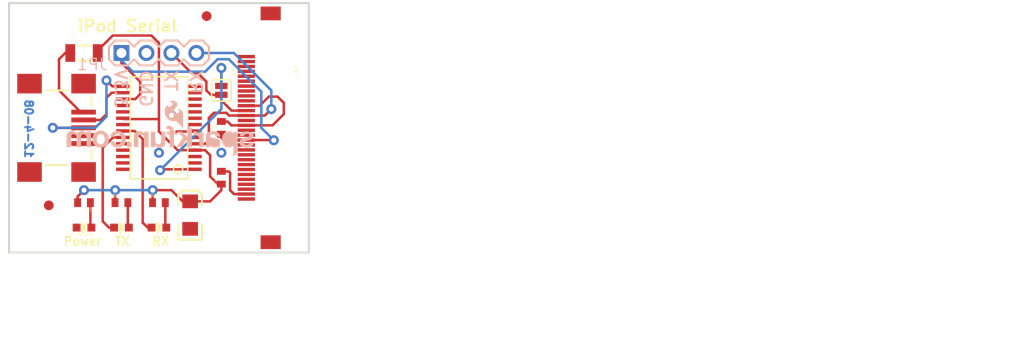
<source format=kicad_pcb>
(kicad_pcb (version 20211014) (generator pcbnew)
  (layers (0 "F.Cu" signal) (31 "B.Cu" signal) (34 "B.Paste" user) (35 "F.Paste" user) (36 "B.SilkS" user "B.Silkscreen") (37 "F.SilkS" user "F.Silkscreen") (38 "B.Mask" user) (39 "F.Mask" user) (44 "Edge.Cuts" user))
  (net 0 "")
  (net 1 "GND")
  (net 2 "TXD")
  (net 3 "3.3V")
  (net 4 "N$1")
  (net 5 "5V")
  (net 6 "N$3")
  (net 7 "N$4")
  (net 8 "USB-TX")
  (net 9 "USB-RX")
  (net 10 "USBVCC")
  (net 11 "TXLED")
  (net 12 "RXLED")
  (net 13 "N$2")
  (net 14 "N$6")
  (footprint "boardEagle:LED-0603" (layer "F.Cu") (at 140.8811 115.1636 90)
    (fp_text reference "POWER0" (at -0.6985 0.889) (layer "F.SilkS") (effects (font (size 0.376489 0.376489) (thickness 0.029911)) (justify right)))
    (fp_text value "Red")
    (pad "A" smd rect (at 0 0.75 90) (size 0.8 0.8) (layers "F.Cu" "F.Paste" "F.Mask") (net 4 "N$1"))
    (pad "C" smd rect (at 0 -0.75 90) (size 0.8 0.8) (layers "F.Cu" "F.Paste" "F.Mask") (net 1 "GND"))
  )
  (footprint "boardEagle:SSOP28DB" (layer "F.Cu") (at 148.5011 105.0036 90)
    (fp_text reference "U1" (at -3.81 -1.27 90) (layer "F.SilkS") (effects (font (size 0.376489 0.376489) (thickness 0.029911)) (justify left)))
    (fp_text value "FT232RL-BASICSSOP")
    (pad "1" smd rect (at -4.225 3.656 90) (size 0.348 1.397) (layers "F.Cu" "F.Paste" "F.Mask") (net 8 "USB-TX"))
    (pad "2" smd rect (at -3.575 3.656 90) (size 0.348 1.397) (layers "F.Cu" "F.Paste" "F.Mask"))
    (pad "3" smd rect (at -2.925 3.656 90) (size 0.348 1.397) (layers "F.Cu" "F.Paste" "F.Mask"))
    (pad "4" smd rect (at -2.275 3.656 90) (size 0.348 1.397) (layers "F.Cu" "F.Paste" "F.Mask") (net 5 "5V"))
    (pad "5" smd rect (at -1.625 3.656 90) (size 0.348 1.397) (layers "F.Cu" "F.Paste" "F.Mask") (net 9 "USB-RX"))
    (pad "6" smd rect (at -0.975 3.656 90) (size 0.348 1.397) (layers "F.Cu" "F.Paste" "F.Mask"))
    (pad "7" smd rect (at -0.325 3.656 90) (size 0.348 1.397) (layers "F.Cu" "F.Paste" "F.Mask") (net 1 "GND"))
    (pad "8" smd rect (at 0.325 3.656 90) (size 0.348 1.397) (layers "F.Cu" "F.Paste" "F.Mask"))
    (pad "9" smd rect (at 0.975 3.656 90) (size 0.348 1.397) (layers "F.Cu" "F.Paste" "F.Mask"))
    (pad "10" smd rect (at 1.625 3.656 90) (size 0.348 1.397) (layers "F.Cu" "F.Paste" "F.Mask"))
    (pad "11" smd rect (at 2.275 3.656 90) (size 0.348 1.397) (layers "F.Cu" "F.Paste" "F.Mask"))
    (pad "12" smd rect (at 2.925 3.656 90) (size 0.348 1.397) (layers "F.Cu" "F.Paste" "F.Mask"))
    (pad "13" smd rect (at 3.575 3.656 90) (size 0.348 1.397) (layers "F.Cu" "F.Paste" "F.Mask"))
    (pad "14" smd rect (at 4.225 3.656 90) (size 0.348 1.397) (layers "F.Cu" "F.Paste" "F.Mask"))
    (pad "15" smd rect (at 4.225 -3.656 90) (size 0.348 1.397) (layers "F.Cu" "F.Paste" "F.Mask") (net 13 "N$2"))
    (pad "16" smd rect (at 3.575 -3.656 90) (size 0.348 1.397) (layers "F.Cu" "F.Paste" "F.Mask") (net 14 "N$6"))
    (pad "17" smd rect (at 2.925 -3.656 90) (size 0.348 1.397) (layers "F.Cu" "F.Paste" "F.Mask") (net 3 "3.3V"))
    (pad "18" smd rect (at 2.275 -3.656 90) (size 0.348 1.397) (layers "F.Cu" "F.Paste" "F.Mask") (net 1 "GND"))
    (pad "19" smd rect (at 1.625 -3.656 90) (size 0.348 1.397) (layers "F.Cu" "F.Paste" "F.Mask"))
    (pad "20" smd rect (at 0.975 -3.656 90) (size 0.348 1.397) (layers "F.Cu" "F.Paste" "F.Mask") (net 5 "5V"))
    (pad "21" smd rect (at 0.325 -3.656 90) (size 0.348 1.397) (layers "F.Cu" "F.Paste" "F.Mask") (net 1 "GND"))
    (pad "22" smd rect (at -0.325 -3.656 90) (size 0.348 1.397) (layers "F.Cu" "F.Paste" "F.Mask") (net 12 "RXLED"))
    (pad "23" smd rect (at -0.975 -3.656 90) (size 0.348 1.397) (layers "F.Cu" "F.Paste" "F.Mask") (net 11 "TXLED"))
    (pad "24" smd rect (at -1.625 -3.656 90) (size 0.348 1.397) (layers "F.Cu" "F.Paste" "F.Mask"))
    (pad "25" smd rect (at -2.275 -3.656 90) (size 0.348 1.397) (layers "F.Cu" "F.Paste" "F.Mask") (net 1 "GND"))
    (pad "26" smd rect (at -2.925 -3.656 90) (size 0.348 1.397) (layers "F.Cu" "F.Paste" "F.Mask") (net 1 "GND"))
    (pad "27" smd rect (at -3.575 -3.656 90) (size 0.348 1.397) (layers "F.Cu" "F.Paste" "F.Mask"))
    (pad "28" smd rect (at -4.225 -3.656 90) (size 0.348 1.397) (layers "F.Cu" "F.Paste" "F.Mask"))
  )
  (footprint "boardEagle:STAND-OFF" (layer "F.Cu") (at 156.1211 115.1636)
    (fp_text reference "U$7" hide)
    (fp_text value "STAND-OFF" hide)
    (pad "" np_thru_hole circle (at 0 0) (size 3.302 3.302) (drill 3.302) (layers *.Cu *.Mask))
  )
  (footprint "boardEagle:C0402" (layer "F.Cu") (at 144.6911 112.6236)
    (fp_text reference "R2" (at -0.889 -0.6985) (layer "F.SilkS") (effects (font (size 0.376489 0.376489) (thickness 0.029911)) (justify left)))
    (fp_text value "1K")
    (pad "1" smd rect (at -0.65 0) (size 0.7 0.9) (layers "F.Cu" "F.Paste" "F.Mask") (net 5 "5V"))
    (pad "2" smd rect (at 0.65 0) (size 0.7 0.9) (layers "F.Cu" "F.Paste" "F.Mask") (net 6 "N$3"))
  )
  (footprint "boardEagle:EIA3216" (layer "F.Cu") (at 151.6761 113.8936 90)
    (fp_text reference "C5" (at -2.54 -1.381 90) (layer "F.SilkS") (effects (font (size 0.376489 0.376489) (thickness 0.029911)) (justify left)))
    (fp_text value "10uF")
    (pad "A" smd rect (at 1.4 0 180) (size 1.6 1.4) (layers "F.Cu" "F.Paste" "F.Mask") (net 5 "5V"))
    (pad "C" smd rect (at -1.4 0 180) (size 1.6 1.4) (layers "F.Cu" "F.Paste" "F.Mask") (net 1 "GND"))
  )
  (footprint "boardEagle:STAND-OFF" (layer "F.Cu") (at 156.1211 94.8436)
    (fp_text reference "U$5" hide)
    (fp_text value "STAND-OFF" hide)
    (pad "" np_thru_hole circle (at 0 0) (size 3.302 3.302) (drill 3.302) (layers *.Cu *.Mask))
  )
  (footprint "boardEagle:LED-0603" (layer "F.Cu") (at 144.6911 115.1636 90)
    (fp_text reference "LED2" (at -0.6985 0.889) (layer "F.SilkS") (effects (font (size 0.376489 0.376489) (thickness 0.029911)) (justify right)))
    (fp_text value "Red")
    (pad "A" smd rect (at 0 0.75 90) (size 0.8 0.8) (layers "F.Cu" "F.Paste" "F.Mask") (net 6 "N$3"))
    (pad "C" smd rect (at 0 -0.75 90) (size 0.8 0.8) (layers "F.Cu" "F.Paste" "F.Mask") (net 11 "TXLED"))
  )
  (footprint "boardEagle:FIDUCIAL-1X2" (layer "F.Cu") (at 153.3525 93.6244)
    (fp_text reference "U$8" hide)
    (fp_text value "FIDUCIAL1X2" hide)
    (pad "1" smd roundrect (at 0 0) (size 1 1) (layers "F.Cu" "F.Mask") (roundrect_rratio 0.5))
  )
  (footprint "boardEagle:C0402" (layer "F.Cu") (at 148.5011 112.6236)
    (fp_text reference "R3" (at -0.889 -0.6985) (layer "F.SilkS") (effects (font (size 0.376489 0.376489) (thickness 0.029911)) (justify left)))
    (fp_text value "1K")
    (pad "1" smd rect (at -0.65 0) (size 0.7 0.9) (layers "F.Cu" "F.Paste" "F.Mask") (net 5 "5V"))
    (pad "2" smd rect (at 0.65 0) (size 0.7 0.9) (layers "F.Cu" "F.Paste" "F.Mask") (net 7 "N$4"))
  )
  (footprint "boardEagle:LED-0603" (layer "F.Cu") (at 148.5011 115.1636 90)
    (fp_text reference "LED3" (at -0.6985 0.889) (layer "F.SilkS") (effects (font (size 0.376489 0.376489) (thickness 0.029911)) (justify right)))
    (fp_text value "Green")
    (pad "A" smd rect (at 0 0.75 90) (size 0.8 0.8) (layers "F.Cu" "F.Paste" "F.Mask") (net 7 "N$4"))
    (pad "C" smd rect (at 0 -0.75 90) (size 0.8 0.8) (layers "F.Cu" "F.Paste" "F.Mask") (net 12 "RXLED"))
  )
  (footprint "boardEagle:C0402" (layer "F.Cu") (at 140.8811 112.6236 180)
    (fp_text reference "R1" (at -0.889 -0.6985) (layer "F.SilkS") (effects (font (size 0.376489 0.376489) (thickness 0.029911)) (justify right)))
    (fp_text value "330")
    (pad "1" smd rect (at -0.65 0 180) (size 0.7 0.9) (layers "F.Cu" "F.Paste" "F.Mask") (net 4 "N$1"))
    (pad "2" smd rect (at 0.65 0 180) (size 0.7 0.9) (layers "F.Cu" "F.Paste" "F.Mask") (net 5 "5V"))
  )
  (footprint "boardEagle:CREATIVE_COMMONS" (layer "F.Cu") (at 153.5811 126.5936)
    (fp_text reference "U$9" hide)
    (fp_text value "CREATIVE_COMMONS" hide)
  )
  (footprint "boardEagle:SJ_2S" (layer "F.Cu") (at 154.8511 101.1936 -90)
    (fp_text reference "SJ1" (at -2.54 -1.27 90) (layer "F.SilkS") (effects (font (size 0.369011 0.369011) (thickness 0.037389)) (justify right)))
    (fp_text value "SOLDERJUMPERNC2")
    (pad "1" smd rect (at -0.45 0 270) (size 0.635 1.27) (layers "F.Cu" "F.Paste" "F.Mask") (net 8 "USB-TX"))
    (pad "2" smd rect (at 0.45 0 270) (size 0.635 1.27) (layers "F.Cu" "F.Paste" "F.Mask") (net 2 "TXD"))
  )
  (footprint "boardEagle:FIDUCIAL-1X2" (layer "F.Cu") (at 137.2997 112.903)
    (fp_text reference "U$4" hide)
    (fp_text value "FIDUCIAL1X2" hide)
    (pad "1" smd roundrect (at 0 0) (size 1 1) (layers "F.Cu" "F.Mask") (roundrect_rratio 0.5))
  )
  (footprint "boardEagle:STAND-OFF" (layer "F.Cu") (at 135.8011 115.1636)
    (fp_text reference "U$6" hide)
    (fp_text value "STAND-OFF" hide)
    (pad "" np_thru_hole circle (at 0 0) (size 3.302 3.302) (drill 3.302) (layers *.Cu *.Mask))
  )
  (footprint "boardEagle:STAND-OFF" (layer "F.Cu") (at 135.8011 94.8436)
    (fp_text reference "U$1" hide)
    (fp_text value "STAND-OFF" hide)
    (pad "" np_thru_hole circle (at 0 0) (size 3.302 3.302) (drill 3.302) (layers *.Cu *.Mask))
  )
  (footprint "boardEagle:IPOD_FEMALE_CONNECTOR" (layer "F.Cu") (at 157.3911 105.0036 -90)
    (fp_text reference "U$2" (at -6.35 -5.08 90) (layer "F.SilkS") (effects (font (size 0.376489 0.376489) (thickness 0.029911)) (justify right)))
    (fp_text value "IPOD_CONNECTOR_FEMALE")
    (pad "" np_thru_hole circle (at 10.825 -5.025 270) (size 1.3 1.3) (drill 1.3) (layers *.Cu *.Mask))
    (pad "" np_thru_hole circle (at -6.25 -2.125 270) (size 1.1 1.1) (drill 1.1) (layers *.Cu *.Mask))
    (pad "" np_thru_hole circle (at -10.825 -5.025 270) (size 1.3 1.3) (drill 1.3) (layers *.Cu *.Mask))
    (pad "" np_thru_hole circle (at 6.25 -2.125 270) (size 1.1 1.1) (drill 1.1) (layers *.Cu *.Mask))
    (pad "1" smd rect (at -7.25 0 90) (size 0.35 1.75) (layers "F.Cu" "F.Paste" "F.Mask") (net 1 "GND"))
    (pad "2" smd rect (at -6.75 0 90) (size 0.35 1.75) (layers "F.Cu" "F.Paste" "F.Mask"))
    (pad "3" smd rect (at -6.25 0 90) (size 0.35 1.75) (layers "F.Cu" "F.Paste" "F.Mask"))
    (pad "4" smd rect (at -5.75 0 90) (size 0.35 1.75) (layers "F.Cu" "F.Paste" "F.Mask"))
    (pad "5" smd rect (at -5.25 0 90) (size 0.35 1.75) (layers "F.Cu" "F.Paste" "F.Mask"))
    (pad "6" smd rect (at -4.75 0 90) (size 0.35 1.75) (layers "F.Cu" "F.Paste" "F.Mask"))
    (pad "7" smd rect (at -4.25 0 90) (size 0.35 1.75) (layers "F.Cu" "F.Paste" "F.Mask"))
    (pad "8" smd rect (at -3.75 0 90) (size 0.35 1.75) (layers "F.Cu" "F.Paste" "F.Mask"))
    (pad "9" smd rect (at -3.25 0 90) (size 0.35 1.75) (layers "F.Cu" "F.Paste" "F.Mask"))
    (pad "10" smd rect (at -2.75 0 90) (size 0.35 1.75) (layers "F.Cu" "F.Paste" "F.Mask"))
    (pad "11" smd rect (at -2.25 0 90) (size 0.35 1.75) (layers "F.Cu" "F.Paste" "F.Mask") (net 1 "GND"))
    (pad "12" smd rect (at -1.75 0 90) (size 0.35 1.75) (layers "F.Cu" "F.Paste" "F.Mask") (net 2 "TXD"))
    (pad "13" smd rect (at -1.25 0 90) (size 0.35 1.75) (layers "F.Cu" "F.Paste" "F.Mask") (net 9 "USB-RX"))
    (pad "14" smd rect (at -0.75 0 90) (size 0.35 1.75) (layers "F.Cu" "F.Paste" "F.Mask"))
    (pad "15" smd rect (at -0.25 0 90) (size 0.35 1.75) (layers "F.Cu" "F.Paste" "F.Mask") (net 1 "GND"))
    (pad "16" smd rect (at 0.25 0 90) (size 0.35 1.75) (layers "F.Cu" "F.Paste" "F.Mask") (net 1 "GND"))
    (pad "17" smd rect (at 0.75 0 90) (size 0.35 1.75) (layers "F.Cu" "F.Paste" "F.Mask"))
    (pad "18" smd rect (at 1.25 0 90) (size 0.35 1.75) (layers "F.Cu" "F.Paste" "F.Mask") (net 3 "3.3V"))
    (pad "19" smd rect (at 1.75 0 90) (size 0.35 1.75) (layers "F.Cu" "F.Paste" "F.Mask"))
    (pad "20" smd rect (at 2.25 0 90) (size 0.35 1.75) (layers "F.Cu" "F.Paste" "F.Mask"))
    (pad "21" smd rect (at 2.75 0 90) (size 0.35 1.75) (layers "F.Cu" "F.Paste" "F.Mask"))
    (pad "22" smd rect (at 3.25 0 90) (size 0.35 1.75) (layers "F.Cu" "F.Paste" "F.Mask"))
    (pad "23" smd rect (at 3.75 0 90) (size 0.35 1.75) (layers "F.Cu" "F.Paste" "F.Mask"))
    (pad "24" smd rect (at 4.25 0 90) (size 0.35 1.75) (layers "F.Cu" "F.Paste" "F.Mask"))
    (pad "25" smd rect (at 4.75 0 90) (size 0.35 1.75) (layers "F.Cu" "F.Paste" "F.Mask"))
    (pad "26" smd rect (at 5.25 0 90) (size 0.35 1.75) (layers "F.Cu" "F.Paste" "F.Mask"))
    (pad "27" smd rect (at 5.75 0 90) (size 0.35 1.75) (layers "F.Cu" "F.Paste" "F.Mask"))
    (pad "28" smd rect (at 6.25 0 90) (size 0.35 1.75) (layers "F.Cu" "F.Paste" "F.Mask"))
    (pad "29" smd rect (at 6.75 0 90) (size 0.35 1.75) (layers "F.Cu" "F.Paste" "F.Mask") (net 1 "GND"))
    (pad "30" smd rect (at 7.25 0 90) (size 0.35 1.75) (layers "F.Cu" "F.Paste" "F.Mask") (net 1 "GND"))
    (pad "31" smd rect (at -11.65 -2.475 270) (size 1.4 2.05) (layers "F.Cu" "F.Paste" "F.Mask"))
    (pad "32" smd rect (at 11.65 -2.475 270) (size 1.4 2.05) (layers "F.Cu" "F.Paste" "F.Mask"))
  )
  (footprint "boardEagle:C0402" (layer "F.Cu") (at 154.8511 105.0036 90)
    (fp_text reference "C11" (at -0.889 -0.6985 90) (layer "F.SilkS") (effects (font (size 0.376489 0.376489) (thickness 0.029911)) (justify left)))
    (fp_text value "0.1uF")
    (pad "1" smd rect (at -0.65 0 90) (size 0.7 0.9) (layers "F.Cu" "F.Paste" "F.Mask") (net 3 "3.3V"))
    (pad "2" smd rect (at 0.65 0 90) (size 0.7 0.9) (layers "F.Cu" "F.Paste" "F.Mask") (net 1 "GND"))
  )
  (footprint "boardEagle:PTC-1206" (layer "F.Cu") (at 140.8811 97.3836)
    (fp_text reference "F1" (at -1.524 -1.27) (layer "F.SilkS") (effects (font (size 0.376489 0.376489) (thickness 0.029911)) (justify left)))
    (fp_text value "500mA-PTC")
    (pad "1" smd rect (at -1.4 0) (size 1 1.8) (layers "F.Cu" "F.Paste" "F.Mask") (net 10 "USBVCC"))
    (pad "2" smd rect (at 1.4 0) (size 1 1.8) (layers "F.Cu" "F.Paste" "F.Mask") (net 5 "5V"))
  )
  (footprint "boardEagle:USB-MINIB" (layer "F.Cu") (at 138.3411 105.0036)
    (fp_text reference "X1" (at -3.81 -1.27) (layer "F.SilkS") (effects (font (size 0.376489 0.376489) (thickness 0.029911)) (justify left)))
    (fp_text value "USBSMD")
    (pad "" np_thru_hole circle (at 0 -2.2) (size 0.9 0.9) (drill 0.9) (layers *.Cu *.Mask))
    (pad "" np_thru_hole circle (at 0 2.2) (size 0.9 0.9) (drill 0.9) (layers *.Cu *.Mask))
    (pad "D+" smd rect (at 2.5 0) (size 2.5 0.5) (layers "F.Cu" "F.Paste" "F.Mask") (net 13 "N$2"))
    (pad "D-" smd rect (at 2.5 -0.8) (size 2.5 0.5) (layers "F.Cu" "F.Paste" "F.Mask") (net 14 "N$6"))
    (pad "GND" smd rect (at 2.5 1.6) (size 2.5 0.5) (layers "F.Cu" "F.Paste" "F.Mask") (net 1 "GND"))
    (pad "GND@1" smd rect (at -3 4.5) (size 2.5 2) (layers "F.Cu" "F.Paste" "F.Mask"))
    (pad "GND@2" smd rect (at -3 -4.5) (size 2.5 2) (layers "F.Cu" "F.Paste" "F.Mask"))
    (pad "GND@3" smd rect (at 2.5 -4.5) (size 2.5 2) (layers "F.Cu" "F.Paste" "F.Mask"))
    (pad "GND@4" smd rect (at 2.5 4.5) (size 2.5 2) (layers "F.Cu" "F.Paste" "F.Mask"))
    (pad "ID" smd rect (at 2.5 0.8) (size 2.5 0.5) (layers "F.Cu" "F.Paste" "F.Mask"))
    (pad "VBUS" smd rect (at 2.5 -1.6) (size 2.5 0.5) (layers "F.Cu" "F.Paste" "F.Mask") (net 10 "USBVCC"))
  )
  (footprint "boardEagle:C0402" (layer "F.Cu") (at 154.8511 110.0836 90)
    (fp_text reference "C14" (at -0.889 -0.6985 90) (layer "F.SilkS") (effects (font (size 0.376489 0.376489) (thickness 0.029911)) (justify left)))
    (fp_text value "0.1uF")
    (pad "1" smd rect (at -0.65 0 90) (size 0.7 0.9) (layers "F.Cu" "F.Paste" "F.Mask") (net 5 "5V"))
    (pad "2" smd rect (at 0.65 0 90) (size 0.7 0.9) (layers "F.Cu" "F.Paste" "F.Mask") (net 1 "GND"))
  )
  (footprint "boardEagle:SFE-NEW-WEBLOGO" (layer "B.Cu") (at 158.1531 107.9246 180)
    (fp_text reference "U$3" hide)
    (fp_text value "LOGO-SFENEW" hide)
  )
  (footprint "boardEagle:1X04" (layer "B.Cu") (at 144.6911 97.3836)
    (fp_text reference "JP1" (at -1.3462 1.8288 180) (layer "B.SilkS") (effects (font (size 1.143 1.143) (thickness 0.127)) (justify left bottom mirror)))
    (fp_text value "")
    (pad "1" thru_hole rect (at 0 0 270) (size 1.6256 1.6256) (drill 1.016) (layers *.Cu *.Mask) (net 3 "3.3V"))
    (pad "2" thru_hole circle (at 2.54 0 270) (size 1.6256 1.6256) (drill 1.016) (layers *.Cu *.Mask) (net 1 "GND"))
    (pad "3" thru_hole circle (at 5.08 0 270) (size 1.6256 1.6256) (drill 1.016) (layers *.Cu *.Mask) (net 2 "TXD"))
    (pad "4" thru_hole circle (at 7.62 0 270) (size 1.6256 1.6256) (drill 1.016) (layers *.Cu *.Mask) (net 9 "USB-RX"))
  )
  (gr_line (start 133.2611 117.7036) (end 133.2611 92.3036) (layer "Edge.Cuts") (width 0.2032))
  (gr_line (start 163.7411 92.3036) (end 163.7411 117.7036) (layer "Edge.Cuts") (width 0.2032))
  (gr_line (start 133.2611 92.3036) (end 163.7411 92.3036) (layer "Edge.Cuts") (width 0.2032))
  (gr_line (start 163.7411 117.7036) (end 133.2611 117.7036) (layer "Edge.Cuts") (width 0.2032))
  (gr_text "12-4-08" (at 134.7851 108.1786 -90) (layer "B.Cu") (effects (font (size 0.8128 0.8128) (thickness 0.2032)) (justify left bottom mirror)))
  (gr_text "GND" (at 147.8661 99.0346 -90) (layer "B.SilkS") (effects (font (size 1.20904 1.20904) (thickness 0.21336)) (justify right top mirror)))
  (gr_text "TX" (at 150.4061 99.0346 -90) (layer "B.SilkS") (effects (font (size 1.20904 1.20904) (thickness 0.21336)) (justify right top mirror)))
  (gr_text "3.3V" (at 145.3261 98.9076 -90) (layer "B.SilkS") (effects (font (size 1.20904 1.20904) (thickness 0.21336)) (justify right top mirror)))
  (gr_text "RX" (at 152.9461 99.0346 -90) (layer "B.SilkS") (effects (font (size 1.20904 1.20904) (thickness 0.21336)) (justify right top mirror)))
  (gr_text "Power" (at 138.7221 117.0686) (layer "F.SilkS") (effects (font (size 0.8636 0.8636) (thickness 0.1524)) (justify left bottom)))
  (gr_text "TX" (at 143.9291 117.0686) (layer "F.SilkS") (effects (font (size 0.8636 0.8636) (thickness 0.1524)) (justify left bottom)))
  (gr_text "RX" (at 147.7391 117.0686) (layer "F.SilkS") (effects (font (size 0.8636 0.8636) (thickness 0.1524)) (justify left bottom)))
  (gr_text "iPod Serial" (at 140.1191 95.3516) (layer "F.SilkS") (effects (font (size 1.20904 1.20904) (thickness 0.21336)) (justify left bottom)))
  (segment (start 155.7401 111.3536) (end 155.7401 109.5756) (width 0.254) (layer "F.Cu") (net 1))
  (segment (start 160.0581 104.7496) (end 161.2011 103.6066) (width 0.254) (layer "F.Cu") (net 1))
  (segment (start 152.1011 105.3846) (end 152.1571 105.3286) (width 0.254) (layer "F.Cu") (net 1))
  (segment (start 155.4861 104.3686) (end 155.8671 104.7496) (width 0.254) (layer "F.Cu") (net 1))
  (segment (start 154.8511 104.3536) (end 154.8511 104.3686) (width 0.254) (layer "F.Cu") (net 1))
  (segment (start 155.7401 109.5756) (end 155.6131 109.4486) (width 0.254) (layer "F.Cu") (net 1))
  (segment (start 150.2791 105.3846) (end 152.1011 105.3846) (width 0.254) (layer "F.Cu") (net 1))
  (segment (start 154.8661 109.4486) (end 154.8511 109.4336) (width 0.254) (layer "F.Cu") (net 1))
  (segment (start 161.2011 102.4636) (end 160.5661 101.8286) (width 0.254) (layer "F.Cu") (net 1))
  (segment (start 161.2011 103.6066) (end 161.2011 102.4636) (width 0.254) (layer "F.Cu") (net 1))
  (segment (start 158.9151 102.7176) (end 158.8791 102.7536) (width 0.254) (layer "F.Cu") (net 1))
  (segment (start 157.3871 104.7496) (end 157.3911 104.7536) (width 0.254) (layer "F.Cu") (net 1))
  (segment (start 158.9151 102.5906) (end 158.9151 102.7176) (width 0.254) (layer "F.Cu") (net 1))
  (segment (start 160.5661 101.8286) (end 159.6771 101.8286) (width 0.254) (layer "F.Cu") (net 1))
  (segment (start 154.8511 104.3686) (end 155.4861 104.3686) (width 0.254) (layer "F.Cu") (net 1))
  (segment (start 158.8791 102.7536) (end 157.3911 102.7536) (width 0.254) (layer "F.Cu") (net 1))
  (segment (start 156.1401 111.7536) (end 157.3911 111.7536) (width 0.254) (layer "F.Cu") (net 1))
  (segment (start 157.3871 104.7496) (end 160.0581 104.7496) (width 0.254) (layer "F.Cu") (net 1))
  (segment (start 155.8671 104.7496) (end 157.3871 104.7496) (width 0.254) (layer "F.Cu") (net 1))
  (segment (start 155.6131 109.4486) (end 154.8661 109.4486) (width 0.254) (layer "F.Cu") (net 1))
  (segment (start 155.7401 111.3536) (end 156.1401 111.7536) (width 0.254) (layer "F.Cu") (net 1))
  (segment (start 159.6771 101.8286) (end 158.9151 102.5906) (width 0.254) (layer "F.Cu") (net 1))
  (via (at 148.5011 107.5436) (size 1.016) (drill 0.508) (layers "F.Cu" "B.Cu") (net 1))
  (via (at 154.8511 107.5436) (size 1.016) (drill 0.508) (layers "F.Cu" "B.Cu") (net 1))
  (via (at 149.7711 103.7336) (size 1.016) (drill 0.508) (layers "F.Cu" "B.Cu") (net 1))
  (segment (start 154.8511 101.6436) (end 153.7771 101.6436) (width 0.254) (layer "F.Cu") (net 2))
  (segment (start 155.8951 103.2536) (end 157.3911 103.2536) (width 0.254) (layer "F.Cu") (net 2))
  (segment (start 153.7771 101.6436) (end 153.3271 101.1936) (width 0.254) (layer "F.Cu") (net 2))
  (segment (start 154.8511 102.2096) (end 154.8511 101.6436) (width 0.254) (layer "F.Cu") (net 2))
  (segment (start 153.3271 100.3046) (end 152.4381 99.4156) (width 0.254) (layer "F.Cu") (net 2))
  (segment (start 155.8951 103.2536) (end 154.8511 102.2096) (width 0.254) (layer "F.Cu") (net 2))
  (segment (start 152.4381 99.4156) (end 151.8031 99.4156) (width 0.254) (layer "F.Cu") (net 2))
  (segment (start 151.8031 99.4156) (end 149.7711 97.3836) (width 0.254) (layer "F.Cu") (net 2))
  (segment (start 153.3271 101.1936) (end 153.3271 100.3046) (width 0.254) (layer "F.Cu") (net 2))
  (segment (start 154.8511 106.0196) (end 154.8511 105.6536) (width 0.254) (layer "F.Cu") (net 3))
  (segment (start 144.8451 102.0786) (end 146.0921 102.0786) (width 0.254) (layer "F.Cu") (net 3))
  (segment (start 160.1851 106.2736) (end 160.1651 106.2536) (width 0.254) (layer "F.Cu") (net 3))
  (segment (start 146.5961 101.5746) (end 146.5961 100.3046) (width 0.254) (layer "F.Cu") (net 3))
  (segment (start 146.0921 102.0786) (end 146.5961 101.5746) (width 0.254) (layer "F.Cu") (net 3))
  (segment (start 144.6911 98.3996) (end 144.6911 97.3836) (width 0.254) (layer "F.Cu") (net 3))
  (segment (start 155.0851 106.2536) (end 154.8511 106.0196) (width 0.254) (layer "F.Cu") (net 3))
  (segment (start 160.1651 106.2536) (end 157.3911 106.2536) (width 0.254) (layer "F.Cu") (net 3))
  (segment (start 157.3911 106.2536) (end 155.0851 106.2536) (width 0.254) (layer "F.Cu") (net 3))
  (segment (start 146.5961 100.3046) (end 144.6911 98.3996) (width 0.254) (layer "F.Cu") (net 3))
  (via (at 160.1851 106.2736) (size 1.016) (drill 0.508) (layers "F.Cu" "B.Cu") (net 3))
  (segment (start 158.9151 105.0036) (end 160.1851 106.2736) (width 0.254) (layer "B.Cu") (net 3))
  (segment (start 153.2001 99.2886) (end 154.4701 98.0186) (width 0.254) (layer "B.Cu") (net 3))
  (segment (start 155.6131 98.0186) (end 158.9151 101.3206) (width 0.254) (layer "B.Cu") (net 3))
  (segment (start 144.6911 98.1456) (end 145.8341 99.2886) (width 0.254) (layer "B.Cu") (net 3))
  (segment (start 154.4701 98.0186) (end 155.6131 98.0186) (width 0.254) (layer "B.Cu") (net 3))
  (segment (start 145.8341 99.2886) (end 153.2001 99.2886) (width 0.254) (layer "B.Cu") (net 3))
  (segment (start 158.9151 101.3206) (end 158.9151 105.0036) (width 0.254) (layer "B.Cu") (net 3))
  (segment (start 144.6911 97.3836) (end 144.6911 98.1456) (width 0.254) (layer "B.Cu") (net 3))
  (segment (start 141.6311 115.1636) (end 141.6431 115.1636) (width 0.254) (layer "F.Cu") (net 4))
  (segment (start 141.5311 115.0516) (end 141.5311 112.6236) (width 0.254) (layer "F.Cu") (net 4))
  (segment (start 141.6431 115.1636) (end 141.5311 115.0516) (width 0.254) (layer "F.Cu") (net 4))
  (segment (start 148.5011 105.3846) (end 148.5011 104.1146) (width 0.254) (layer "F.Cu") (net 5))
  (segment (start 151.6761 112.4936) (end 153.7111 112.4936) (width 0.254) (layer "F.Cu") (net 5))
  (segment (start 142.2811 97.1266) (end 142.2811 97.3836) (width 0.254) (layer "F.Cu") (net 5))
  (segment (start 144.9311 104.1146) (end 144.8451 104.0286) (width 0.254) (layer "F.Cu") (net 5))
  (segment (start 148.5011 104.1146) (end 148.5011 96.3676) (width 0.254) (layer "F.Cu") (net 5))
  (segment (start 148.5011 96.3676) (end 147.7391 95.6056) (width 0.254) (layer "F.Cu") (net 5))
  (segment (start 152.1571 107.2786) (end 150.3951 107.2786) (width 0.254) (layer "F.Cu") (net 5))
  (segment (start 147.8661 111.3536) (end 147.8661 112.6236) (width 0.254) (layer "F.Cu") (net 5))
  (segment (start 140.2311 112.0036) (end 140.8811 111.3536) (width 0.254) (layer "F.Cu") (net 5))
  (segment (start 148.5011 104.1146) (end 144.9311 104.1146) (width 0.254) (layer "F.Cu") (net 5))
  (segment (start 140.2311 112.6236) (end 140.2311 112.0036) (width 0.254) (layer "F.Cu") (net 5))
  (segment (start 154.8511 110.7336) (end 154.4851 110.7336) (width 0.254) (layer "F.Cu") (net 5))
  (segment (start 153.2001 107.2896) (end 153.1891 107.2786) (width 0.254) (layer "F.Cu") (net 5))
  (segment (start 154.8511 111.3536) (end 154.8511 110.7336) (width 0.254) (layer "F.Cu") (net 5))
  (segment (start 144.0561 111.3536) (end 144.0411 111.3686) (width 0.254) (layer "F.Cu") (net 5))
  (segment (start 144.0411 111.3686) (end 144.0411 112.6236) (width 0.254) (layer "F.Cu") (net 5))
  (segment (start 150.9111 112.4936) (end 151.6761 112.4936) (width 0.254) (layer "F.Cu") (net 5))
  (segment (start 149.7711 111.3536) (end 150.9111 112.4936) (width 0.254) (layer "F.Cu") (net 5))
  (segment (start 150.3951 107.2786) (end 148.5011 105.3846) (width 0.254) (layer "F.Cu") (net 5))
  (segment (start 143.8021 95.6056) (end 142.2811 97.1266) (width 0.254) (layer "F.Cu") (net 5))
  (segment (start 153.7111 112.4936) (end 154.8511 111.3536) (width 0.254) (layer "F.Cu") (net 5))
  (segment (start 147.8661 111.3536) (end 149.7711 111.3536) (width 0.254) (layer "F.Cu") (net 5))
  (segment (start 154.4851 110.7336) (end 153.7081 109.9566) (width 0.254) (layer "F.Cu") (net 5))
  (segment (start 147.8661 112.6236) (end 147.8511 112.6236) (width 0.254) (layer "F.Cu") (net 5))
  (segment (start 153.1891 107.2786) (end 152.1571 107.2786) (width 0.254) (layer "F.Cu") (net 5))
  (segment (start 147.7391 95.6056) (end 143.8021 95.6056) (width 0.254) (layer "F.Cu") (net 5))
  (segment (start 153.7081 109.9566) (end 153.7081 107.7976) (width 0.254) (layer "F.Cu") (net 5))
  (segment (start 153.7081 107.7976) (end 153.2001 107.2896) (width 0.254) (layer "F.Cu") (net 5))
  (via (at 147.8661 111.3536) (size 1.016) (drill 0.508) (layers "F.Cu" "B.Cu") (net 5))
  (via (at 140.8811 111.3536) (size 1.016) (drill 0.508) (layers "F.Cu" "B.Cu") (net 5))
  (via (at 144.0561 111.3536) (size 1.016) (drill 0.508) (layers "F.Cu" "B.Cu") (net 5))
  (segment (start 144.0561 111.3536) (end 147.8661 111.3536) (width 0.254) (layer "B.Cu") (net 5))
  (segment (start 140.8811 111.3536) (end 144.0561 111.3536) (width 0.254) (layer "B.Cu") (net 5))
  (segment (start 145.3411 115.0516) (end 145.3411 112.6236) (width 0.254) (layer "F.Cu") (net 6))
  (segment (start 145.4411 115.1636) (end 145.4531 115.1636) (width 0.254) (layer "F.Cu") (net 6))
  (segment (start 145.4531 115.1636) (end 145.3411 115.0516) (width 0.254) (layer "F.Cu") (net 6))
  (segment (start 149.2631 115.1636) (end 149.1511 115.0516) (width 0.254) (layer "F.Cu") (net 7))
  (segment (start 149.1511 115.0516) (end 149.1511 112.6236) (width 0.254) (layer "F.Cu") (net 7))
  (segment (start 149.2511 115.1636) (end 149.2631 115.1636) (width 0.254) (layer "F.Cu") (net 7))
  (segment (start 154.8511 98.9076) (end 154.8511 100.7436) (width 0.254) (layer "F.Cu") (net 8))
  (segment (start 148.7211 109.2286) (end 152.1571 109.2286) (width 0.254) (layer "F.Cu") (net 8))
  (segment (start 148.6281 109.3216) (end 148.7211 109.2286) (width 0.254) (layer "F.Cu") (net 8))
  (via (at 148.6281 109.3216) (size 1.016) (drill 0.508) (layers "F.Cu" "B.Cu") (net 8))
  (via (at 154.8511 98.9076) (size 1.016) (drill 0.508) (layers "F.Cu" "B.Cu") (net 8))
  (segment (start 154.8511 103.0986) (end 154.8511 98.9076) (width 0.254) (layer "B.Cu") (net 8))
  (segment (start 148.6281 109.3216) (end 154.8511 103.0986) (width 0.254) (layer "B.Cu") (net 8))
  (segment (start 153.5811 106.2736) (end 153.5811 103.9876) (width 0.254) (layer "F.Cu") (net 9))
  (segment (start 157.3911 103.7536) (end 159.2761 103.7536) (width 0.254) (layer "F.Cu") (net 9))
  (segment (start 155.3591 103.4796) (end 155.6331 103.7536) (width 0.254) (layer "F.Cu") (net 9))
  (segment (start 154.0891 103.4796) (end 155.3591 103.4796) (width 0.254) (layer "F.Cu") (net 9))
  (segment (start 155.6331 103.7536) (end 157.3911 103.7536) (width 0.254) (layer "F.Cu") (net 9))
  (segment (start 153.5811 103.9876) (end 154.0891 103.4796) (width 0.254) (layer "F.Cu") (net 9))
  (segment (start 152.1571 106.6286) (end 153.2261 106.6286) (width 0.254) (layer "F.Cu") (net 9))
  (segment (start 159.2761 103.7536) (end 159.9311 103.0986) (width 0.254) (layer "F.Cu") (net 9))
  (segment (start 153.2261 106.6286) (end 153.5811 106.2736) (width 0.254) (layer "F.Cu") (net 9))
  (via (at 159.9311 103.0986) (size 1.016) (drill 0.508) (layers "F.Cu" "B.Cu") (net 9))
  (segment (start 159.9311 101.1936) (end 156.1211 97.3836) (width 0.254) (layer "B.Cu") (net 9))
  (segment (start 159.9311 103.0986) (end 159.9311 101.1936) (width 0.254) (layer "B.Cu") (net 9))
  (segment (start 156.1211 97.3836) (end 152.3111 97.3836) (width 0.254) (layer "B.Cu") (net 9))
  (segment (start 138.9761 97.3836) (end 139.4811 97.3836) (width 0.254) (layer "F.Cu") (net 10))
  (segment (start 140.8411 103.4036) (end 140.5511 103.4036) (width 0.254) (layer "F.Cu") (net 10))
  (segment (start 140.5511 103.4036) (end 138.3411 101.1936) (width 0.254) (layer "F.Cu") (net 10))
  (segment (start 138.3411 101.1936) (end 138.3411 98.0186) (width 0.254) (layer "F.Cu") (net 10))
  (segment (start 139.4811 97.3836) (end 139.6111 97.3836) (width 0.254) (layer "F.Cu") (net 10))
  (segment (start 138.3411 98.0186) (end 138.9761 97.3836) (width 0.254) (layer "F.Cu") (net 10))
  (segment (start 142.7861 114.5286) (end 143.4211 115.1636) (width 0.254) (layer "F.Cu") (net 11))
  (segment (start 142.7861 107.0356) (end 143.8431 105.9786) (width 0.254) (layer "F.Cu") (net 11))
  (segment (start 143.8431 105.9786) (end 144.8451 105.9786) (width 0.254) (layer "F.Cu") (net 11))
  (segment (start 142.7861 114.5286) (end 142.7861 107.0356) (width 0.254) (layer "F.Cu") (net 11))
  (segment (start 143.4211 115.1636) (end 143.9411 115.1636) (width 0.254) (layer "F.Cu") (net 11))
  (segment (start 147.7511 115.1636) (end 147.3581 115.1636) (width 0.254) (layer "F.Cu") (net 12))
  (segment (start 146.8501 106.1466) (end 146.0321 105.3286) (width 0.254) (layer "F.Cu") (net 12))
  (segment (start 147.3581 115.1636) (end 146.8501 114.6556) (width 0.254) (layer "F.Cu") (net 12))
  (segment (start 146.8501 114.6556) (end 146.8501 106.1466) (width 0.254) (layer "F.Cu") (net 12))
  (segment (start 146.0321 105.3286) (end 144.8451 105.3286) (width 0.254) (layer "F.Cu") (net 12))
  (segment (start 143.1671 100.1776) (end 143.7681 100.7786) (width 0.254) (layer "F.Cu") (net 13))
  (segment (start 143.7681 100.7786) (end 144.8451 100.7786) (width 0.254) (layer "F.Cu") (net 13))
  (segment (start 137.7061 105.0036) (end 140.8411 105.0036) (width 0.254) (layer "F.Cu") (net 13))
  (via (at 143.1671 100.1776) (size 1.016) (drill 0.508) (layers "F.Cu" "B.Cu") (net 13))
  (via (at 137.7061 105.0036) (size 1.016) (drill 0.508) (layers "F.Cu" "B.Cu") (net 13))
  (segment (start 143.1671 103.8606) (end 143.1671 100.1776) (width 0.254) (layer "B.Cu") (net 13))
  (segment (start 137.7061 105.0036) (end 142.0241 105.0036) (width 0.254) (layer "B.Cu") (net 13))
  (segment (start 142.0241 105.0036) (end 143.1671 103.8606) (width 0.254) (layer "B.Cu") (net 13))
  (segment (start 142.5701 104.2036) (end 143.1671 103.6066) (width 0.254) (layer "F.Cu") (net 14))
  (segment (start 140.8411 104.2036) (end 142.5701 104.2036) (width 0.254) (layer "F.Cu") (net 14))
  (segment (start 143.6941 101.4286) (end 144.8451 101.4286) (width 0.254) (layer "F.Cu") (net 14))
  (segment (start 143.1671 101.9556) (end 143.6941 101.4286) (width 0.254) (layer "F.Cu") (net 14))
  (segment (start 143.1671 103.6066) (end 143.1671 101.9556) (width 0.254) (layer "F.Cu") (net 14))
)
</source>
